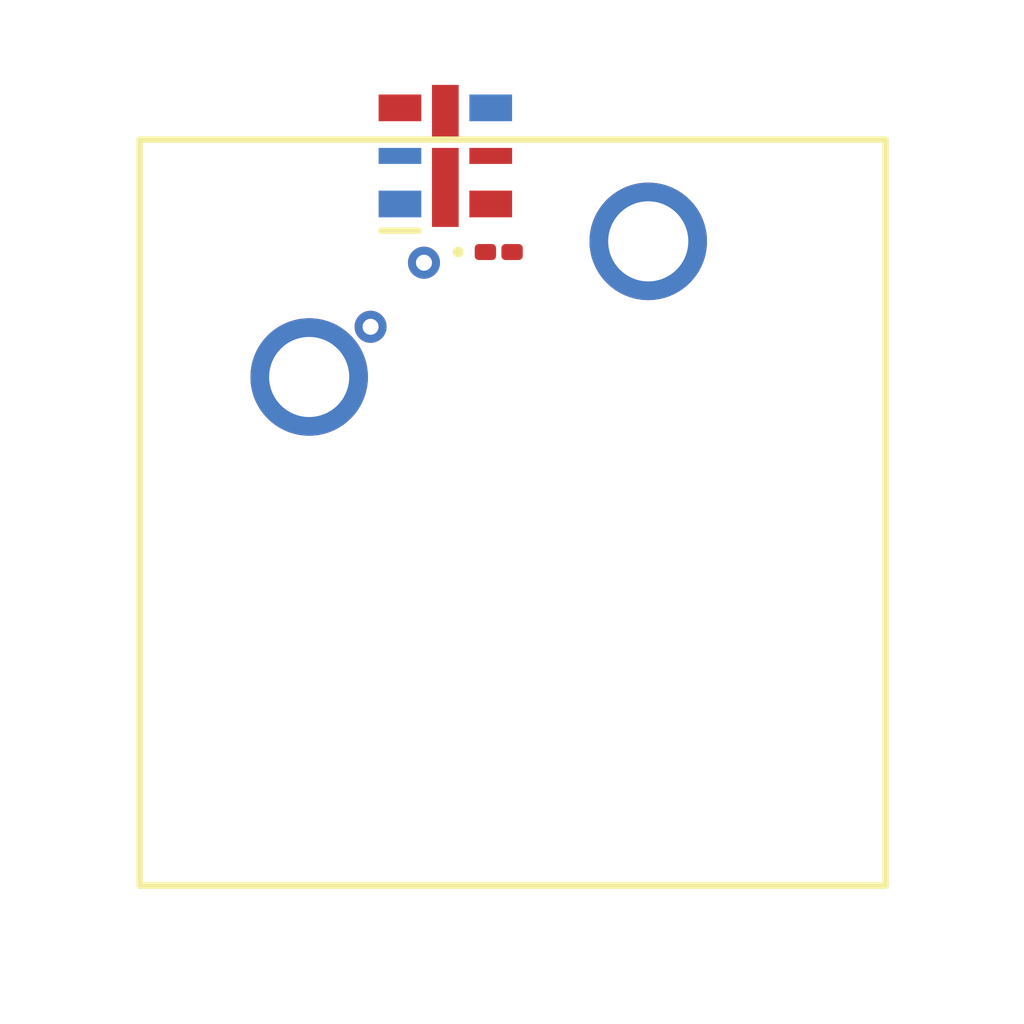
<source format=kicad_pcb>
(kicad_pcb (version 20240108) (generator "pcbnew") (generator_version "8.0")
  (layers (0 "F.Cu" signal) (31 "B.Cu" signal) (34 "B.Paste" user) (35 "F.Paste" user) (36 "B.SilkS" user "B.Silkscreen") (37 "F.SilkS" user "F.Silkscreen") (38 "B.Mask" user) (39 "F.Mask" user) (44 "Edge.Cuts" user))
  (net 0 "")
  (net 1 "P0")
  (net 2 "P1")
  (footprint "LED_SMD:LED-APA102-2020" (layer "F.Cu") (at 124.4 84)
    (property "Reference" "REF**" (hide yes))
    (property "Value" "LED-APA102-2020" (hide yes))
    (fp_line (start -1.2 1.4) (end -0.5 1.4) (stroke (width 0.12)) (layer "F.SilkS"))
    (pad "1" smd rect (at -0.85 -0.9) (size 0.8 0.5) (layers "F.Cu" "F.Paste" "F.Mask"))
    (pad "1" smd rect (at 0 -0.83 90) (size 1 0.5) (layers "F.Cu" "F.Paste" "F.Mask") (net 2 "P1"))
    (pad "2" smd rect (at -0.85 0) (size 0.8 0.3) (layers "B.Cu" "F.Paste" "F.Mask") (net 2 "P1"))
    (pad "3" smd rect (at -0.85 0.9) (size 0.8 0.5) (layers "B.Cu" "F.Paste" "F.Mask") (net 2 "P1"))
    (pad "4" smd rect (at 0.85 0.9) (size 0.8 0.5) (layers "F.Cu" "F.Paste" "F.Mask") (net 1 "P0"))
    (pad "5" smd rect (at 0.85 0) (size 0.8 0.3) (layers "F.Cu" "F.Paste" "F.Mask") (net 2 "P1"))
    (pad "6" smd rect (at 0 0.59 90) (size 1.48 0.5) (layers "F.Cu" "F.Paste" "F.Mask") (net 2 "P1"))
    (pad "6" smd rect (at 0.85 -0.9) (size 0.8 0.5) (layers "B.Cu" "F.Paste" "F.Mask") (net 2 "P1"))
  )
  (footprint "Button_Switch_Keyboard:SW_Cherry_MX_1.00u_PCB" (layer "F.Cu") (at 128.2 85.6)
    (property "Reference" "REF**" (hide yes))
    (property "Value" "SW_Cherry_MX_1.00u_PCB" (hide yes))
    (fp_line (start -9.525 -1.905) (end 4.445 -1.905) (stroke (width 0.12)) (layer "F.SilkS"))
    (fp_line (start -9.525 12.065) (end -9.525 -1.905) (stroke (width 0.12)) (layer "F.SilkS"))
    (fp_line (start 4.445 -1.905) (end 4.445 12.065) (stroke (width 0.12)) (layer "F.SilkS"))
    (fp_line (start 4.445 12.065) (end -9.525 12.065) (stroke (width 0.12)) (layer "F.SilkS"))
    (pad "" np_thru_hole circle (at -7.62 5.08) (size 1.7 1.7) (drill 1.7) (layers "*.Cu" "*.Mask"))
    (pad "" np_thru_hole circle (at -2.54 5.08) (size 4 4) (drill 4) (layers "*.Cu" "*.Mask"))
    (pad "" np_thru_hole circle (at 2.54 5.08) (size 1.7 1.7) (drill 1.7) (layers "*.Cu" "*.Mask"))
    (pad "1" thru_hole circle (at 0 0) (size 2.2 2.2) (drill 1.5) (layers "*.Cu" "*.Mask") (net 1 "P0"))
    (pad "2" thru_hole circle (at -6.35 2.54) (size 2.2 2.2) (drill 1.5) (layers "*.Cu" "*.Mask") (net 2 "P1"))
  )
  (footprint "Diode_SMD:D_01005_0402Metric" (layer "F.Cu") (at 125.4 85.8)
    (property "Reference" "REF**" (hide yes))
    (property "Value" "D_01005_0402Metric" (hide yes))
    (fp_circle (center -0.76 0) (end -0.71 0) (stroke (width 0.1)) (fill none) (layer "F.SilkS"))
    (pad "1" smd roundrect (at -0.25 0) (size 0.4 0.3) (layers "F.Cu" "F.Mask") (net 2 "P1"))
    (pad "2" smd roundrect (at 0.25 0) (size 0.4 0.3) (layers "F.Cu" "F.Mask") (net 1 "P0"))
  )
  (via (at 124 86) (size 0.6) (drill 0.3) (layers "F.Cu" "B.Cu") (net 2))
  (via (at 123 87.2) (size 0.6) (drill 0.3) (layers "F.Cu" "B.Cu") (net 2))
)
</source>
